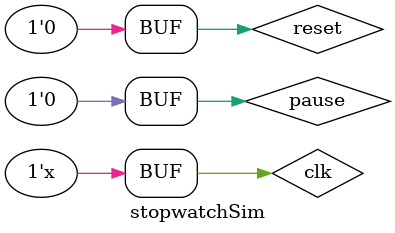
<source format=v>
`timescale 1ns / 1ps


module stopwatchSim();

reg clk, reset, pause;
wire [3:0] BCD00, BCD01, BCD10, BCD11;

stopwatch s(clk, reset, pause, BCD00, BCD01, BCD10, BCD11);
initial begin
    clk = 0;
    reset = 1;
    pause = 0;
    #50
    #50 reset = 0;
end
always
    #10 clk = ~clk;
endmodule

</source>
